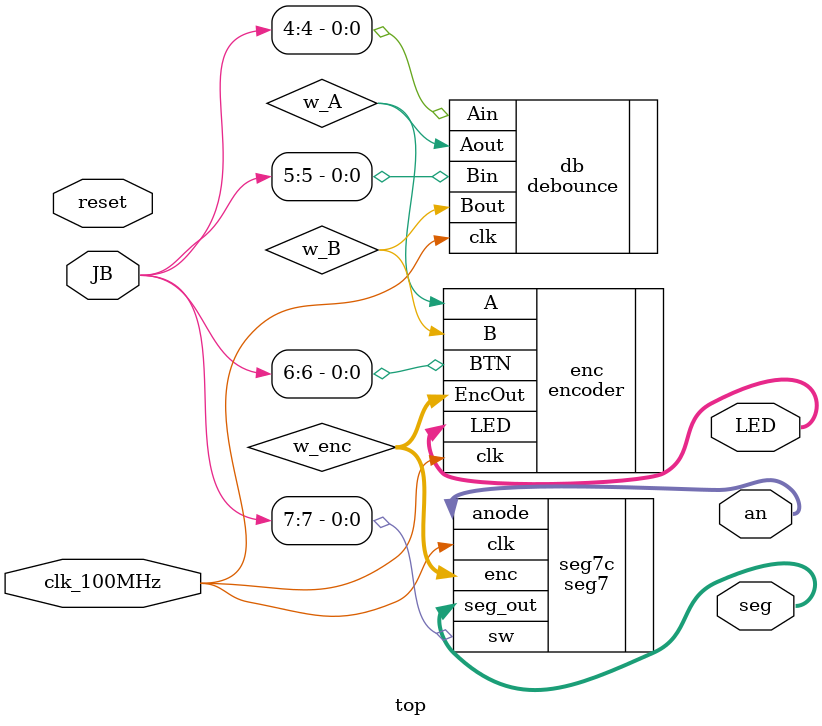
<source format=v>
`timescale 1ns / 1ps


module top(
    input clk_100MHz,       // 100MHz from Basys 3
    input reset,            // btnC
    input [7:4] JB,         // PMOD JB
    output [1:0] LED,       // LED[1], LED[0]
    output [3:0] an,        // 7 Segment anodes
    output [6:0] seg        // 7 Segment cathodes
    );
	
	// Internal wires 
	wire [4:0] w_enc;
	wire w_A, w_B;
	 
	// Instantiate Modules
	debounce db(.clk(clk_100MHz), .Ain(JB[4]), .Bin(JB[5]), .Aout(w_A), .Bout(w_B));
 	encoder enc (.clk(clk_100MHz), .A(w_A), .B(w_B), .BTN(JB[6]), .EncOut(w_enc), .LED(LED));
 	seg7 seg7c (.clk(clk_100MHz), .sw(JB[7]), .enc(w_enc), .anode(an), .seg_out(seg));

endmodule

</source>
